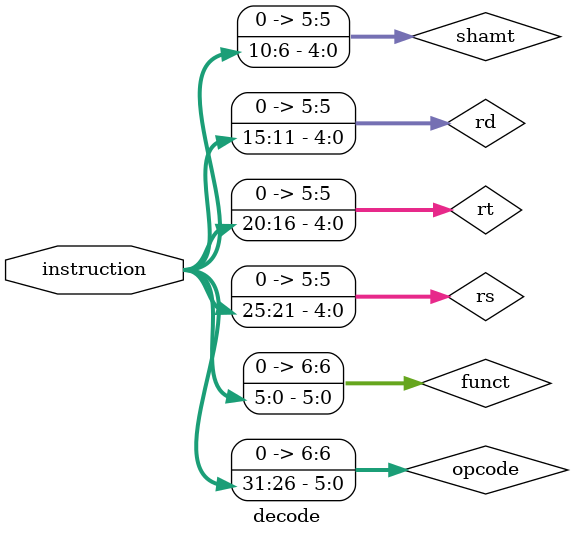
<source format=v>
module decode(instruction);
    input [31:0] instruction;
    wire [6:0] opcode,funct;
    wire [5:0] rs,rt,rd,shamt;
    assign funct=instruction[5:0];
    assign shamt=instruction[10:6];
    assign rd=instruction[15:11];
    assign rt=instruction[20:16];
    assign rs=instruction[25:21];
    assign opcode=instruction[31:26];
    always@(instruction)begin
        case (opcode)
            6'b0: 
            case (funct)
                6'b100000: $display("R-Type instruction- add\n");
                6'b100001: $display("R-Type instruction- addu\n");
                6'b100010: $display("R-Type instruction- sub\n");
                6'b100011: $display("R-Type instruction- subu\n");
                6'b100100: $display("R-Type instruction- and\n");
                6'b100101: $display("R-Type instruction- or\n");
                6'b000000: $display("R-Type instruction- sll\n");
                6'b000010: $display("R-Type instruction- srl\n");
                6'b101010: $display("R-Type instruction- slt\n");
                6'b001000: $display("J-Type instruction- jr\n");
            endcase
            6'b001000: $display("I-Type instruction- addi\n");
            6'b001001: $display("I-Type instruction- addiu\n");
            6'b001100: $display("I-Type instruction- andi\n");
            6'b001101: $display("I-Type instruction- ori\n");
            6'b100011: $display("I-Type instruction- lw\n");
            6'b101011: $display("I-Type instruction- sw\n");
            6'b000100: $display("I-Type instruction- beq\n");
            6'b000101: $display("I-Type instruction- bne\n");
            6'b000111: $display("I-Type instruction- bgt\n");
            6'b000001: $display("I-Type instruction- bgte\n");
            6'b000011: $display("I-Type instruction- ble\n");
            6'b000110: $display("I-Type instruction- bleq\n");
            6'b001010: $display("I-Type instruction- slti\n");
            6'b010100: $display("J-Type instruction- j\n");
            6'b010101: $display("J-Type instruction- jal\n");
        endcase
    end
endmodule
</source>
